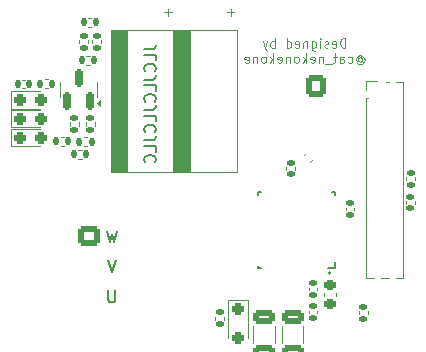
<source format=gbr>
%TF.GenerationSoftware,KiCad,Pcbnew,7.0.11*%
%TF.CreationDate,2024-11-13T01:10:25+09:00*%
%TF.ProjectId,MD,4d442e6b-6963-4616-945f-706362585858,rev?*%
%TF.SameCoordinates,Original*%
%TF.FileFunction,Legend,Bot*%
%TF.FilePolarity,Positive*%
%FSLAX46Y46*%
G04 Gerber Fmt 4.6, Leading zero omitted, Abs format (unit mm)*
G04 Created by KiCad (PCBNEW 7.0.11) date 2024-11-13 01:10:25*
%MOMM*%
%LPD*%
G01*
G04 APERTURE LIST*
G04 Aperture macros list*
%AMRoundRect*
0 Rectangle with rounded corners*
0 $1 Rounding radius*
0 $2 $3 $4 $5 $6 $7 $8 $9 X,Y pos of 4 corners*
0 Add a 4 corners polygon primitive as box body*
4,1,4,$2,$3,$4,$5,$6,$7,$8,$9,$2,$3,0*
0 Add four circle primitives for the rounded corners*
1,1,$1+$1,$2,$3*
1,1,$1+$1,$4,$5*
1,1,$1+$1,$6,$7*
1,1,$1+$1,$8,$9*
0 Add four rect primitives between the rounded corners*
20,1,$1+$1,$2,$3,$4,$5,0*
20,1,$1+$1,$4,$5,$6,$7,0*
20,1,$1+$1,$6,$7,$8,$9,0*
20,1,$1+$1,$8,$9,$2,$3,0*%
G04 Aperture macros list end*
%ADD10C,0.130000*%
%ADD11C,0.150000*%
%ADD12C,0.110000*%
%ADD13C,0.100000*%
%ADD14C,0.120000*%
%ADD15C,0.200000*%
%ADD16C,0.191421*%
%ADD17C,0.900000*%
%ADD18RoundRect,0.250000X-0.675000X0.600000X-0.675000X-0.600000X0.675000X-0.600000X0.675000X0.600000X0*%
%ADD19O,1.850000X1.700000*%
%ADD20RoundRect,0.250000X0.600000X0.675000X-0.600000X0.675000X-0.600000X-0.675000X0.600000X-0.675000X0*%
%ADD21O,1.700000X1.850000*%
%ADD22RoundRect,0.140000X0.170000X-0.140000X0.170000X0.140000X-0.170000X0.140000X-0.170000X-0.140000X0*%
%ADD23RoundRect,0.135000X-0.185000X0.135000X-0.185000X-0.135000X0.185000X-0.135000X0.185000X0.135000X0*%
%ADD24RoundRect,0.250000X-0.650000X0.325000X-0.650000X-0.325000X0.650000X-0.325000X0.650000X0.325000X0*%
%ADD25RoundRect,0.135000X0.135000X0.185000X-0.135000X0.185000X-0.135000X-0.185000X0.135000X-0.185000X0*%
%ADD26RoundRect,0.150000X0.150000X-0.587500X0.150000X0.587500X-0.150000X0.587500X-0.150000X-0.587500X0*%
%ADD27RoundRect,0.135000X-0.135000X-0.185000X0.135000X-0.185000X0.135000X0.185000X-0.135000X0.185000X0*%
%ADD28RoundRect,0.225000X0.250000X-0.225000X0.250000X0.225000X-0.250000X0.225000X-0.250000X-0.225000X0*%
%ADD29RoundRect,0.237500X-0.287500X-0.237500X0.287500X-0.237500X0.287500X0.237500X-0.287500X0.237500X0*%
%ADD30C,1.200000*%
%ADD31RoundRect,0.135000X0.185000X-0.135000X0.185000X0.135000X-0.185000X0.135000X-0.185000X-0.135000X0*%
%ADD32RoundRect,0.140000X-0.170000X0.140000X-0.170000X-0.140000X0.170000X-0.140000X0.170000X0.140000X0*%
%ADD33R,1.000000X1.000000*%
%ADD34O,1.000000X1.000000*%
%ADD35RoundRect,0.250000X-0.250000X0.250000X-0.250000X-0.250000X0.250000X-0.250000X0.250000X0.250000X0*%
%ADD36RoundRect,0.140000X0.140000X0.170000X-0.140000X0.170000X-0.140000X-0.170000X0.140000X-0.170000X0*%
%ADD37RoundRect,0.135000X-0.035355X0.226274X-0.226274X0.035355X0.035355X-0.226274X0.226274X-0.035355X0*%
%ADD38O,0.230000X1.210000*%
%ADD39O,1.210000X0.230000*%
%ADD40R,4.150000X4.150000*%
G04 APERTURE END LIST*
D10*
X11620859Y-3709335D02*
X12335144Y-3709335D01*
X12335144Y-3709335D02*
X12478001Y-3661716D01*
X12478001Y-3661716D02*
X12573240Y-3566478D01*
X12573240Y-3566478D02*
X12620859Y-3423621D01*
X12620859Y-3423621D02*
X12620859Y-3328383D01*
X12620859Y-4661716D02*
X12620859Y-4185526D01*
X12620859Y-4185526D02*
X11620859Y-4185526D01*
X12525620Y-5566478D02*
X12573240Y-5518859D01*
X12573240Y-5518859D02*
X12620859Y-5376002D01*
X12620859Y-5376002D02*
X12620859Y-5280764D01*
X12620859Y-5280764D02*
X12573240Y-5137907D01*
X12573240Y-5137907D02*
X12478001Y-5042669D01*
X12478001Y-5042669D02*
X12382763Y-4995050D01*
X12382763Y-4995050D02*
X12192287Y-4947431D01*
X12192287Y-4947431D02*
X12049430Y-4947431D01*
X12049430Y-4947431D02*
X11858954Y-4995050D01*
X11858954Y-4995050D02*
X11763716Y-5042669D01*
X11763716Y-5042669D02*
X11668478Y-5137907D01*
X11668478Y-5137907D02*
X11620859Y-5280764D01*
X11620859Y-5280764D02*
X11620859Y-5376002D01*
X11620859Y-5376002D02*
X11668478Y-5518859D01*
X11668478Y-5518859D02*
X11716097Y-5566478D01*
X11620859Y-6280764D02*
X12335144Y-6280764D01*
X12335144Y-6280764D02*
X12478001Y-6233145D01*
X12478001Y-6233145D02*
X12573240Y-6137907D01*
X12573240Y-6137907D02*
X12620859Y-5995050D01*
X12620859Y-5995050D02*
X12620859Y-5899812D01*
X12620859Y-7233145D02*
X12620859Y-6756955D01*
X12620859Y-6756955D02*
X11620859Y-6756955D01*
X12525620Y-8137907D02*
X12573240Y-8090288D01*
X12573240Y-8090288D02*
X12620859Y-7947431D01*
X12620859Y-7947431D02*
X12620859Y-7852193D01*
X12620859Y-7852193D02*
X12573240Y-7709336D01*
X12573240Y-7709336D02*
X12478001Y-7614098D01*
X12478001Y-7614098D02*
X12382763Y-7566479D01*
X12382763Y-7566479D02*
X12192287Y-7518860D01*
X12192287Y-7518860D02*
X12049430Y-7518860D01*
X12049430Y-7518860D02*
X11858954Y-7566479D01*
X11858954Y-7566479D02*
X11763716Y-7614098D01*
X11763716Y-7614098D02*
X11668478Y-7709336D01*
X11668478Y-7709336D02*
X11620859Y-7852193D01*
X11620859Y-7852193D02*
X11620859Y-7947431D01*
X11620859Y-7947431D02*
X11668478Y-8090288D01*
X11668478Y-8090288D02*
X11716097Y-8137907D01*
X11620859Y-8852193D02*
X12335144Y-8852193D01*
X12335144Y-8852193D02*
X12478001Y-8804574D01*
X12478001Y-8804574D02*
X12573240Y-8709336D01*
X12573240Y-8709336D02*
X12620859Y-8566479D01*
X12620859Y-8566479D02*
X12620859Y-8471241D01*
X12620859Y-9804574D02*
X12620859Y-9328384D01*
X12620859Y-9328384D02*
X11620859Y-9328384D01*
X12525620Y-10709336D02*
X12573240Y-10661717D01*
X12573240Y-10661717D02*
X12620859Y-10518860D01*
X12620859Y-10518860D02*
X12620859Y-10423622D01*
X12620859Y-10423622D02*
X12573240Y-10280765D01*
X12573240Y-10280765D02*
X12478001Y-10185527D01*
X12478001Y-10185527D02*
X12382763Y-10137908D01*
X12382763Y-10137908D02*
X12192287Y-10090289D01*
X12192287Y-10090289D02*
X12049430Y-10090289D01*
X12049430Y-10090289D02*
X11858954Y-10137908D01*
X11858954Y-10137908D02*
X11763716Y-10185527D01*
X11763716Y-10185527D02*
X11668478Y-10280765D01*
X11668478Y-10280765D02*
X11620859Y-10423622D01*
X11620859Y-10423622D02*
X11620859Y-10518860D01*
X11620859Y-10518860D02*
X11668478Y-10661717D01*
X11668478Y-10661717D02*
X11716097Y-10709336D01*
X11620859Y-11423622D02*
X12335144Y-11423622D01*
X12335144Y-11423622D02*
X12478001Y-11376003D01*
X12478001Y-11376003D02*
X12573240Y-11280765D01*
X12573240Y-11280765D02*
X12620859Y-11137908D01*
X12620859Y-11137908D02*
X12620859Y-11042670D01*
X12620859Y-12376003D02*
X12620859Y-11899813D01*
X12620859Y-11899813D02*
X11620859Y-11899813D01*
X12525620Y-13280765D02*
X12573240Y-13233146D01*
X12573240Y-13233146D02*
X12620859Y-13090289D01*
X12620859Y-13090289D02*
X12620859Y-12995051D01*
X12620859Y-12995051D02*
X12573240Y-12852194D01*
X12573240Y-12852194D02*
X12478001Y-12756956D01*
X12478001Y-12756956D02*
X12382763Y-12709337D01*
X12382763Y-12709337D02*
X12192287Y-12661718D01*
X12192287Y-12661718D02*
X12049430Y-12661718D01*
X12049430Y-12661718D02*
X11858954Y-12709337D01*
X11858954Y-12709337D02*
X11763716Y-12756956D01*
X11763716Y-12756956D02*
X11668478Y-12852194D01*
X11668478Y-12852194D02*
X11620859Y-12995051D01*
X11620859Y-12995051D02*
X11620859Y-13090289D01*
X11620859Y-13090289D02*
X11668478Y-13233146D01*
X11668478Y-13233146D02*
X11716097Y-13280765D01*
D11*
X9308458Y-19069819D02*
X9070363Y-20069819D01*
X9070363Y-20069819D02*
X8879887Y-19355533D01*
X8879887Y-19355533D02*
X8689411Y-20069819D01*
X8689411Y-20069819D02*
X8451316Y-19069819D01*
X9206077Y-21569819D02*
X8872744Y-22569819D01*
X8872744Y-22569819D02*
X8539411Y-21569819D01*
X9163220Y-24119819D02*
X9163220Y-24929342D01*
X9163220Y-24929342D02*
X9115601Y-25024580D01*
X9115601Y-25024580D02*
X9067982Y-25072200D01*
X9067982Y-25072200D02*
X8972744Y-25119819D01*
X8972744Y-25119819D02*
X8782268Y-25119819D01*
X8782268Y-25119819D02*
X8687030Y-25072200D01*
X8687030Y-25072200D02*
X8639411Y-25024580D01*
X8639411Y-25024580D02*
X8591792Y-24929342D01*
X8591792Y-24929342D02*
X8591792Y-24119819D01*
D12*
X28666666Y-3570375D02*
X28666666Y-2770375D01*
X28666666Y-2770375D02*
X28476190Y-2770375D01*
X28476190Y-2770375D02*
X28361904Y-2808470D01*
X28361904Y-2808470D02*
X28285714Y-2884660D01*
X28285714Y-2884660D02*
X28247619Y-2960851D01*
X28247619Y-2960851D02*
X28209523Y-3113232D01*
X28209523Y-3113232D02*
X28209523Y-3227518D01*
X28209523Y-3227518D02*
X28247619Y-3379899D01*
X28247619Y-3379899D02*
X28285714Y-3456089D01*
X28285714Y-3456089D02*
X28361904Y-3532280D01*
X28361904Y-3532280D02*
X28476190Y-3570375D01*
X28476190Y-3570375D02*
X28666666Y-3570375D01*
X27561904Y-3532280D02*
X27638095Y-3570375D01*
X27638095Y-3570375D02*
X27790476Y-3570375D01*
X27790476Y-3570375D02*
X27866666Y-3532280D01*
X27866666Y-3532280D02*
X27904762Y-3456089D01*
X27904762Y-3456089D02*
X27904762Y-3151327D01*
X27904762Y-3151327D02*
X27866666Y-3075137D01*
X27866666Y-3075137D02*
X27790476Y-3037041D01*
X27790476Y-3037041D02*
X27638095Y-3037041D01*
X27638095Y-3037041D02*
X27561904Y-3075137D01*
X27561904Y-3075137D02*
X27523809Y-3151327D01*
X27523809Y-3151327D02*
X27523809Y-3227518D01*
X27523809Y-3227518D02*
X27904762Y-3303708D01*
X27219048Y-3532280D02*
X27142857Y-3570375D01*
X27142857Y-3570375D02*
X26990476Y-3570375D01*
X26990476Y-3570375D02*
X26914286Y-3532280D01*
X26914286Y-3532280D02*
X26876190Y-3456089D01*
X26876190Y-3456089D02*
X26876190Y-3417994D01*
X26876190Y-3417994D02*
X26914286Y-3341803D01*
X26914286Y-3341803D02*
X26990476Y-3303708D01*
X26990476Y-3303708D02*
X27104762Y-3303708D01*
X27104762Y-3303708D02*
X27180952Y-3265613D01*
X27180952Y-3265613D02*
X27219048Y-3189422D01*
X27219048Y-3189422D02*
X27219048Y-3151327D01*
X27219048Y-3151327D02*
X27180952Y-3075137D01*
X27180952Y-3075137D02*
X27104762Y-3037041D01*
X27104762Y-3037041D02*
X26990476Y-3037041D01*
X26990476Y-3037041D02*
X26914286Y-3075137D01*
X26533333Y-3570375D02*
X26533333Y-3037041D01*
X26533333Y-2770375D02*
X26571429Y-2808470D01*
X26571429Y-2808470D02*
X26533333Y-2846565D01*
X26533333Y-2846565D02*
X26495238Y-2808470D01*
X26495238Y-2808470D02*
X26533333Y-2770375D01*
X26533333Y-2770375D02*
X26533333Y-2846565D01*
X25809524Y-3037041D02*
X25809524Y-3684660D01*
X25809524Y-3684660D02*
X25847619Y-3760851D01*
X25847619Y-3760851D02*
X25885715Y-3798946D01*
X25885715Y-3798946D02*
X25961905Y-3837041D01*
X25961905Y-3837041D02*
X26076191Y-3837041D01*
X26076191Y-3837041D02*
X26152381Y-3798946D01*
X25809524Y-3532280D02*
X25885715Y-3570375D01*
X25885715Y-3570375D02*
X26038096Y-3570375D01*
X26038096Y-3570375D02*
X26114286Y-3532280D01*
X26114286Y-3532280D02*
X26152381Y-3494184D01*
X26152381Y-3494184D02*
X26190477Y-3417994D01*
X26190477Y-3417994D02*
X26190477Y-3189422D01*
X26190477Y-3189422D02*
X26152381Y-3113232D01*
X26152381Y-3113232D02*
X26114286Y-3075137D01*
X26114286Y-3075137D02*
X26038096Y-3037041D01*
X26038096Y-3037041D02*
X25885715Y-3037041D01*
X25885715Y-3037041D02*
X25809524Y-3075137D01*
X25428571Y-3037041D02*
X25428571Y-3570375D01*
X25428571Y-3113232D02*
X25390476Y-3075137D01*
X25390476Y-3075137D02*
X25314286Y-3037041D01*
X25314286Y-3037041D02*
X25200000Y-3037041D01*
X25200000Y-3037041D02*
X25123809Y-3075137D01*
X25123809Y-3075137D02*
X25085714Y-3151327D01*
X25085714Y-3151327D02*
X25085714Y-3570375D01*
X24399999Y-3532280D02*
X24476190Y-3570375D01*
X24476190Y-3570375D02*
X24628571Y-3570375D01*
X24628571Y-3570375D02*
X24704761Y-3532280D01*
X24704761Y-3532280D02*
X24742857Y-3456089D01*
X24742857Y-3456089D02*
X24742857Y-3151327D01*
X24742857Y-3151327D02*
X24704761Y-3075137D01*
X24704761Y-3075137D02*
X24628571Y-3037041D01*
X24628571Y-3037041D02*
X24476190Y-3037041D01*
X24476190Y-3037041D02*
X24399999Y-3075137D01*
X24399999Y-3075137D02*
X24361904Y-3151327D01*
X24361904Y-3151327D02*
X24361904Y-3227518D01*
X24361904Y-3227518D02*
X24742857Y-3303708D01*
X23676190Y-3570375D02*
X23676190Y-2770375D01*
X23676190Y-3532280D02*
X23752381Y-3570375D01*
X23752381Y-3570375D02*
X23904762Y-3570375D01*
X23904762Y-3570375D02*
X23980952Y-3532280D01*
X23980952Y-3532280D02*
X24019047Y-3494184D01*
X24019047Y-3494184D02*
X24057143Y-3417994D01*
X24057143Y-3417994D02*
X24057143Y-3189422D01*
X24057143Y-3189422D02*
X24019047Y-3113232D01*
X24019047Y-3113232D02*
X23980952Y-3075137D01*
X23980952Y-3075137D02*
X23904762Y-3037041D01*
X23904762Y-3037041D02*
X23752381Y-3037041D01*
X23752381Y-3037041D02*
X23676190Y-3075137D01*
X22685713Y-3570375D02*
X22685713Y-2770375D01*
X22685713Y-3075137D02*
X22609523Y-3037041D01*
X22609523Y-3037041D02*
X22457142Y-3037041D01*
X22457142Y-3037041D02*
X22380951Y-3075137D01*
X22380951Y-3075137D02*
X22342856Y-3113232D01*
X22342856Y-3113232D02*
X22304761Y-3189422D01*
X22304761Y-3189422D02*
X22304761Y-3417994D01*
X22304761Y-3417994D02*
X22342856Y-3494184D01*
X22342856Y-3494184D02*
X22380951Y-3532280D01*
X22380951Y-3532280D02*
X22457142Y-3570375D01*
X22457142Y-3570375D02*
X22609523Y-3570375D01*
X22609523Y-3570375D02*
X22685713Y-3532280D01*
X22038094Y-3037041D02*
X21847618Y-3570375D01*
X21657141Y-3037041D02*
X21847618Y-3570375D01*
X21847618Y-3570375D02*
X21923808Y-3760851D01*
X21923808Y-3760851D02*
X21961903Y-3798946D01*
X21961903Y-3798946D02*
X22038094Y-3837041D01*
X29752381Y-4477422D02*
X29790476Y-4439327D01*
X29790476Y-4439327D02*
X29866667Y-4401232D01*
X29866667Y-4401232D02*
X29942857Y-4401232D01*
X29942857Y-4401232D02*
X30019048Y-4439327D01*
X30019048Y-4439327D02*
X30057143Y-4477422D01*
X30057143Y-4477422D02*
X30095238Y-4553613D01*
X30095238Y-4553613D02*
X30095238Y-4629803D01*
X30095238Y-4629803D02*
X30057143Y-4705994D01*
X30057143Y-4705994D02*
X30019048Y-4744089D01*
X30019048Y-4744089D02*
X29942857Y-4782184D01*
X29942857Y-4782184D02*
X29866667Y-4782184D01*
X29866667Y-4782184D02*
X29790476Y-4744089D01*
X29790476Y-4744089D02*
X29752381Y-4705994D01*
X29752381Y-4401232D02*
X29752381Y-4705994D01*
X29752381Y-4705994D02*
X29714286Y-4744089D01*
X29714286Y-4744089D02*
X29676191Y-4744089D01*
X29676191Y-4744089D02*
X29600000Y-4705994D01*
X29600000Y-4705994D02*
X29561905Y-4629803D01*
X29561905Y-4629803D02*
X29561905Y-4439327D01*
X29561905Y-4439327D02*
X29638096Y-4325041D01*
X29638096Y-4325041D02*
X29752381Y-4248851D01*
X29752381Y-4248851D02*
X29904762Y-4210756D01*
X29904762Y-4210756D02*
X30057143Y-4248851D01*
X30057143Y-4248851D02*
X30171429Y-4325041D01*
X30171429Y-4325041D02*
X30247619Y-4439327D01*
X30247619Y-4439327D02*
X30285715Y-4591708D01*
X30285715Y-4591708D02*
X30247619Y-4744089D01*
X30247619Y-4744089D02*
X30171429Y-4858375D01*
X30171429Y-4858375D02*
X30057143Y-4934565D01*
X30057143Y-4934565D02*
X29904762Y-4972660D01*
X29904762Y-4972660D02*
X29752381Y-4934565D01*
X29752381Y-4934565D02*
X29638096Y-4858375D01*
X28876191Y-4820280D02*
X28952382Y-4858375D01*
X28952382Y-4858375D02*
X29104763Y-4858375D01*
X29104763Y-4858375D02*
X29180953Y-4820280D01*
X29180953Y-4820280D02*
X29219048Y-4782184D01*
X29219048Y-4782184D02*
X29257144Y-4705994D01*
X29257144Y-4705994D02*
X29257144Y-4477422D01*
X29257144Y-4477422D02*
X29219048Y-4401232D01*
X29219048Y-4401232D02*
X29180953Y-4363137D01*
X29180953Y-4363137D02*
X29104763Y-4325041D01*
X29104763Y-4325041D02*
X28952382Y-4325041D01*
X28952382Y-4325041D02*
X28876191Y-4363137D01*
X28190477Y-4858375D02*
X28190477Y-4439327D01*
X28190477Y-4439327D02*
X28228572Y-4363137D01*
X28228572Y-4363137D02*
X28304763Y-4325041D01*
X28304763Y-4325041D02*
X28457144Y-4325041D01*
X28457144Y-4325041D02*
X28533334Y-4363137D01*
X28190477Y-4820280D02*
X28266668Y-4858375D01*
X28266668Y-4858375D02*
X28457144Y-4858375D01*
X28457144Y-4858375D02*
X28533334Y-4820280D01*
X28533334Y-4820280D02*
X28571430Y-4744089D01*
X28571430Y-4744089D02*
X28571430Y-4667899D01*
X28571430Y-4667899D02*
X28533334Y-4591708D01*
X28533334Y-4591708D02*
X28457144Y-4553613D01*
X28457144Y-4553613D02*
X28266668Y-4553613D01*
X28266668Y-4553613D02*
X28190477Y-4515518D01*
X27923810Y-4325041D02*
X27619048Y-4325041D01*
X27809524Y-4058375D02*
X27809524Y-4744089D01*
X27809524Y-4744089D02*
X27771429Y-4820280D01*
X27771429Y-4820280D02*
X27695239Y-4858375D01*
X27695239Y-4858375D02*
X27619048Y-4858375D01*
X27542858Y-4934565D02*
X26933334Y-4934565D01*
X26742857Y-4325041D02*
X26742857Y-4858375D01*
X26742857Y-4401232D02*
X26704762Y-4363137D01*
X26704762Y-4363137D02*
X26628572Y-4325041D01*
X26628572Y-4325041D02*
X26514286Y-4325041D01*
X26514286Y-4325041D02*
X26438095Y-4363137D01*
X26438095Y-4363137D02*
X26400000Y-4439327D01*
X26400000Y-4439327D02*
X26400000Y-4858375D01*
X25714285Y-4820280D02*
X25790476Y-4858375D01*
X25790476Y-4858375D02*
X25942857Y-4858375D01*
X25942857Y-4858375D02*
X26019047Y-4820280D01*
X26019047Y-4820280D02*
X26057143Y-4744089D01*
X26057143Y-4744089D02*
X26057143Y-4439327D01*
X26057143Y-4439327D02*
X26019047Y-4363137D01*
X26019047Y-4363137D02*
X25942857Y-4325041D01*
X25942857Y-4325041D02*
X25790476Y-4325041D01*
X25790476Y-4325041D02*
X25714285Y-4363137D01*
X25714285Y-4363137D02*
X25676190Y-4439327D01*
X25676190Y-4439327D02*
X25676190Y-4515518D01*
X25676190Y-4515518D02*
X26057143Y-4591708D01*
X25333333Y-4858375D02*
X25333333Y-4058375D01*
X25257143Y-4553613D02*
X25028571Y-4858375D01*
X25028571Y-4325041D02*
X25333333Y-4629803D01*
X24571429Y-4858375D02*
X24647619Y-4820280D01*
X24647619Y-4820280D02*
X24685714Y-4782184D01*
X24685714Y-4782184D02*
X24723810Y-4705994D01*
X24723810Y-4705994D02*
X24723810Y-4477422D01*
X24723810Y-4477422D02*
X24685714Y-4401232D01*
X24685714Y-4401232D02*
X24647619Y-4363137D01*
X24647619Y-4363137D02*
X24571429Y-4325041D01*
X24571429Y-4325041D02*
X24457143Y-4325041D01*
X24457143Y-4325041D02*
X24380952Y-4363137D01*
X24380952Y-4363137D02*
X24342857Y-4401232D01*
X24342857Y-4401232D02*
X24304762Y-4477422D01*
X24304762Y-4477422D02*
X24304762Y-4705994D01*
X24304762Y-4705994D02*
X24342857Y-4782184D01*
X24342857Y-4782184D02*
X24380952Y-4820280D01*
X24380952Y-4820280D02*
X24457143Y-4858375D01*
X24457143Y-4858375D02*
X24571429Y-4858375D01*
X23961904Y-4325041D02*
X23961904Y-4858375D01*
X23961904Y-4401232D02*
X23923809Y-4363137D01*
X23923809Y-4363137D02*
X23847619Y-4325041D01*
X23847619Y-4325041D02*
X23733333Y-4325041D01*
X23733333Y-4325041D02*
X23657142Y-4363137D01*
X23657142Y-4363137D02*
X23619047Y-4439327D01*
X23619047Y-4439327D02*
X23619047Y-4858375D01*
X22933332Y-4820280D02*
X23009523Y-4858375D01*
X23009523Y-4858375D02*
X23161904Y-4858375D01*
X23161904Y-4858375D02*
X23238094Y-4820280D01*
X23238094Y-4820280D02*
X23276190Y-4744089D01*
X23276190Y-4744089D02*
X23276190Y-4439327D01*
X23276190Y-4439327D02*
X23238094Y-4363137D01*
X23238094Y-4363137D02*
X23161904Y-4325041D01*
X23161904Y-4325041D02*
X23009523Y-4325041D01*
X23009523Y-4325041D02*
X22933332Y-4363137D01*
X22933332Y-4363137D02*
X22895237Y-4439327D01*
X22895237Y-4439327D02*
X22895237Y-4515518D01*
X22895237Y-4515518D02*
X23276190Y-4591708D01*
X22552380Y-4858375D02*
X22552380Y-4058375D01*
X22476190Y-4553613D02*
X22247618Y-4858375D01*
X22247618Y-4325041D02*
X22552380Y-4629803D01*
X21790476Y-4858375D02*
X21866666Y-4820280D01*
X21866666Y-4820280D02*
X21904761Y-4782184D01*
X21904761Y-4782184D02*
X21942857Y-4705994D01*
X21942857Y-4705994D02*
X21942857Y-4477422D01*
X21942857Y-4477422D02*
X21904761Y-4401232D01*
X21904761Y-4401232D02*
X21866666Y-4363137D01*
X21866666Y-4363137D02*
X21790476Y-4325041D01*
X21790476Y-4325041D02*
X21676190Y-4325041D01*
X21676190Y-4325041D02*
X21599999Y-4363137D01*
X21599999Y-4363137D02*
X21561904Y-4401232D01*
X21561904Y-4401232D02*
X21523809Y-4477422D01*
X21523809Y-4477422D02*
X21523809Y-4705994D01*
X21523809Y-4705994D02*
X21561904Y-4782184D01*
X21561904Y-4782184D02*
X21599999Y-4820280D01*
X21599999Y-4820280D02*
X21676190Y-4858375D01*
X21676190Y-4858375D02*
X21790476Y-4858375D01*
X21180951Y-4325041D02*
X21180951Y-4858375D01*
X21180951Y-4401232D02*
X21142856Y-4363137D01*
X21142856Y-4363137D02*
X21066666Y-4325041D01*
X21066666Y-4325041D02*
X20952380Y-4325041D01*
X20952380Y-4325041D02*
X20876189Y-4363137D01*
X20876189Y-4363137D02*
X20838094Y-4439327D01*
X20838094Y-4439327D02*
X20838094Y-4858375D01*
X20152379Y-4820280D02*
X20228570Y-4858375D01*
X20228570Y-4858375D02*
X20380951Y-4858375D01*
X20380951Y-4858375D02*
X20457141Y-4820280D01*
X20457141Y-4820280D02*
X20495237Y-4744089D01*
X20495237Y-4744089D02*
X20495237Y-4439327D01*
X20495237Y-4439327D02*
X20457141Y-4363137D01*
X20457141Y-4363137D02*
X20380951Y-4325041D01*
X20380951Y-4325041D02*
X20228570Y-4325041D01*
X20228570Y-4325041D02*
X20152379Y-4363137D01*
X20152379Y-4363137D02*
X20114284Y-4439327D01*
X20114284Y-4439327D02*
X20114284Y-4515518D01*
X20114284Y-4515518D02*
X20495237Y-4591708D01*
D13*
X13943734Y-592133D02*
X13334211Y-592133D01*
X13638972Y-896895D02*
X13638972Y-287371D01*
X19243734Y-592133D02*
X18634211Y-592133D01*
X18938972Y-896895D02*
X18938972Y-287371D01*
D14*
%TO.C,C26*%
X28686592Y-17339788D02*
X28686592Y-17124116D01*
X29406592Y-17339788D02*
X29406592Y-17124116D01*
%TO.C,R1*%
X34552320Y-14505455D02*
X34552320Y-14812737D01*
X33792320Y-14505455D02*
X33792320Y-14812737D01*
%TO.C,C23*%
X25096288Y-27150797D02*
X25096288Y-28573301D01*
X23276288Y-27150797D02*
X23276288Y-28573301D01*
%TO.C,R29*%
X7011567Y-5002934D02*
X6704285Y-5002934D01*
X7011567Y-4242934D02*
X6704285Y-4242934D01*
%TO.C,Q5*%
X4518896Y-7121347D02*
X4518896Y-7771347D01*
X4518896Y-7121347D02*
X4518896Y-6471347D01*
X7638896Y-7121347D02*
X7638896Y-7771347D01*
X7638896Y-7121347D02*
X7638896Y-6471347D01*
X7918896Y-8523847D02*
X7588896Y-8283847D01*
X7918896Y-8043847D01*
X7918896Y-8523847D01*
G36*
X7918896Y-8523847D02*
G01*
X7588896Y-8283847D01*
X7918896Y-8043847D01*
X7918896Y-8523847D01*
G37*
%TO.C,R26*%
X6845428Y-1039813D02*
X7152710Y-1039813D01*
X6845428Y-1799813D02*
X7152710Y-1799813D01*
%TO.C,C28*%
X26866853Y-24620722D02*
X26866853Y-24339562D01*
X27886853Y-24620722D02*
X27886853Y-24339562D01*
%TO.C,D22*%
X340000Y-7265000D02*
X2800000Y-7265000D01*
X340000Y-8735000D02*
X340000Y-7265000D01*
X2800000Y-8735000D02*
X340000Y-8735000D01*
%TO.C,R28*%
X6903448Y-2906860D02*
X6903448Y-3214142D01*
X6143448Y-2906860D02*
X6143448Y-3214142D01*
D13*
%TO.C,C17*%
X14200000Y-2100000D02*
X8800000Y-2100000D01*
X8800000Y-2100000D02*
X8800000Y-14100000D01*
X8800000Y-14100000D02*
X14200000Y-14100000D01*
X14200000Y-14100000D02*
X14200000Y-2100000D01*
X10200000Y-2100000D02*
X8800000Y-2100000D01*
X8800000Y-2100000D02*
X8800000Y-14100000D01*
X8800000Y-14100000D02*
X10200000Y-14100000D01*
X10200000Y-14100000D02*
X10200000Y-2100000D01*
G36*
X10200000Y-2100000D02*
G01*
X8800000Y-2100000D01*
X8800000Y-14100000D01*
X10200000Y-14100000D01*
X10200000Y-2100000D01*
G37*
D14*
%TO.C,R72*%
X5333895Y-10169816D02*
X5333895Y-9862534D01*
X6093895Y-10169816D02*
X6093895Y-9862534D01*
%TO.C,C1*%
X34519743Y-16588839D02*
X34519743Y-16804511D01*
X33799743Y-16588839D02*
X33799743Y-16804511D01*
%TO.C,D20*%
X335288Y-10461083D02*
X2795288Y-10461083D01*
X335288Y-11931083D02*
X335288Y-10461083D01*
X2795288Y-11931083D02*
X335288Y-11931083D01*
%TO.C,J4*%
X33575000Y-23110000D02*
X32932530Y-23110000D01*
X33575000Y-6480000D02*
X33575000Y-23110000D01*
X33575000Y-6480000D02*
X32932530Y-6480000D01*
X32317470Y-23110000D02*
X31662530Y-23110000D01*
X32317470Y-6480000D02*
X32115000Y-6480000D01*
X31355000Y-6415000D02*
X30405000Y-6415000D01*
X31047470Y-23110000D02*
X30405000Y-23110000D01*
X30595000Y-7810000D02*
X30405000Y-7810000D01*
X30405000Y-7810000D02*
X30405000Y-23110000D01*
X30405000Y-6415000D02*
X30405000Y-7175000D01*
%TO.C,R24*%
X7977912Y-2909139D02*
X7977912Y-3216421D01*
X7217912Y-2909139D02*
X7217912Y-3216421D01*
%TO.C,D5*%
X20409617Y-24916490D02*
X20409617Y-28176490D01*
X18709617Y-24916490D02*
X20409617Y-24916490D01*
X18709617Y-24916490D02*
X18709617Y-28176490D01*
%TO.C,C29*%
X23672631Y-13893797D02*
X23672631Y-13678125D01*
X24392631Y-13893797D02*
X24392631Y-13678125D01*
%TO.C,R75*%
X6808929Y-11903492D02*
X6501647Y-11903492D01*
X6808929Y-11143492D02*
X6501647Y-11143492D01*
%TO.C,R30*%
X17653291Y-26654724D02*
X17653291Y-26347442D01*
X18413291Y-26654724D02*
X18413291Y-26347442D01*
D13*
%TO.C,C2*%
X19500000Y-2100000D02*
X14100000Y-2100000D01*
X14100000Y-2100000D02*
X14100000Y-14100000D01*
X14100000Y-14100000D02*
X19500000Y-14100000D01*
X19500000Y-14100000D02*
X19500000Y-2100000D01*
X15500000Y-2100000D02*
X14100000Y-2100000D01*
X14100000Y-2100000D02*
X14100000Y-14100000D01*
X14100000Y-14100000D02*
X15500000Y-14100000D01*
X15500000Y-14100000D02*
X15500000Y-2100000D01*
G36*
X15500000Y-2100000D02*
G01*
X14100000Y-2100000D01*
X14100000Y-14100000D01*
X15500000Y-14100000D01*
X15500000Y-2100000D01*
G37*
D14*
%TO.C,D21*%
X335288Y-8863472D02*
X2795288Y-8863472D01*
X335288Y-10333472D02*
X335288Y-8863472D01*
X2795288Y-10333472D02*
X335288Y-10333472D01*
%TO.C,R69*%
X4853641Y-11880000D02*
X4546359Y-11880000D01*
X4853641Y-11120000D02*
X4546359Y-11120000D01*
%TO.C,C24*%
X22698621Y-27150797D02*
X22698621Y-28573301D01*
X20878621Y-27150797D02*
X20878621Y-28573301D01*
%TO.C,C25*%
X26281593Y-25859503D02*
X26281593Y-26075175D01*
X25561593Y-25859503D02*
X25561593Y-26075175D01*
%TO.C,R4*%
X7426543Y-9884162D02*
X7426543Y-10191444D01*
X6666543Y-9884162D02*
X6666543Y-10191444D01*
%TO.C,R18*%
X3501080Y-7019825D02*
X3193798Y-7019825D01*
X3501080Y-6259825D02*
X3193798Y-6259825D01*
%TO.C,C14*%
X1497515Y-7006407D02*
X1281843Y-7006407D01*
X1497515Y-6286407D02*
X1281843Y-6286407D01*
%TO.C,R19*%
X6349977Y-12961390D02*
X6042695Y-12961390D01*
X6349977Y-12201390D02*
X6042695Y-12201390D01*
%TO.C,R2*%
X25874598Y-13001631D02*
X25657317Y-13218912D01*
X25337197Y-12464230D02*
X25119916Y-12681511D01*
D15*
%TO.C,U6*%
X21292987Y-22270821D02*
X21517988Y-22270821D01*
X21292987Y-22270821D02*
X21292987Y-22045820D01*
X27167987Y-22270821D02*
X27742987Y-22270821D01*
X27742987Y-22270821D02*
X27742987Y-21695821D01*
X21292987Y-16045822D02*
X21292987Y-15820821D01*
X27742987Y-16045822D02*
X27742987Y-15820821D01*
X21292987Y-15820821D02*
X21517988Y-15820821D01*
X27517986Y-15820821D02*
X27742987Y-15820821D01*
D16*
X27413697Y-22645821D02*
G75*
G03*
X27222277Y-22645821I-95710J0D01*
G01*
X27222277Y-22645821D02*
G75*
G03*
X27413697Y-22645821I95710J0D01*
G01*
D14*
%TO.C,C27*%
X25566688Y-24119283D02*
X25566688Y-23903611D01*
X26286688Y-24119283D02*
X26286688Y-23903611D01*
%TO.C,R3*%
X30545448Y-25851430D02*
X30545448Y-26158712D01*
X29785448Y-25851430D02*
X29785448Y-26158712D01*
%TD*%
%LPC*%
D17*
%TO.C,SW4*%
X4450000Y-10250000D03*
X4450000Y-13250000D03*
%TD*%
D18*
%TO.C,J6*%
X6950000Y-19500000D03*
D19*
X6950000Y-22000000D03*
X6950000Y-24500000D03*
%TD*%
D20*
%TO.C,J5*%
X26150000Y-6850000D03*
D21*
X23650000Y-6850000D03*
%TD*%
D22*
%TO.C,C26*%
X29046592Y-17711952D03*
X29046592Y-16751952D03*
%TD*%
D23*
%TO.C,R1*%
X34172320Y-14149096D03*
X34172320Y-15169096D03*
%TD*%
D24*
%TO.C,C23*%
X24186288Y-26387049D03*
X24186288Y-29337049D03*
%TD*%
D25*
%TO.C,R29*%
X7367926Y-4622934D03*
X6347926Y-4622934D03*
%TD*%
D26*
%TO.C,Q5*%
X7028896Y-8058847D03*
X5128896Y-8058847D03*
X6078896Y-6183847D03*
%TD*%
D27*
%TO.C,R26*%
X6489069Y-1419813D03*
X7509069Y-1419813D03*
%TD*%
D28*
%TO.C,C28*%
X27376853Y-25255142D03*
X27376853Y-23705142D03*
%TD*%
D29*
%TO.C,D22*%
X1125000Y-8000000D03*
X2875000Y-8000000D03*
%TD*%
D23*
%TO.C,R28*%
X6523448Y-2550501D03*
X6523448Y-3570501D03*
%TD*%
D30*
%TO.C,C17*%
X12500000Y-1100000D03*
X10500000Y-1100000D03*
%TD*%
D31*
%TO.C,R72*%
X5713895Y-10526175D03*
X5713895Y-9506175D03*
%TD*%
D32*
%TO.C,C1*%
X34159743Y-16216675D03*
X34159743Y-17176675D03*
%TD*%
D29*
%TO.C,D20*%
X1120288Y-11196083D03*
X2870288Y-11196083D03*
%TD*%
D33*
%TO.C,J4*%
X31355000Y-7175000D03*
D34*
X32625000Y-7175000D03*
X31355000Y-8445000D03*
X32625000Y-8445000D03*
X31355000Y-9715000D03*
X32625000Y-9715000D03*
X31355000Y-10985000D03*
X32625000Y-10985000D03*
X31355000Y-12255000D03*
X32625000Y-12255000D03*
X31355000Y-13525000D03*
X32625000Y-13525000D03*
X31355000Y-14795000D03*
X32625000Y-14795000D03*
X31355000Y-16065000D03*
X32625000Y-16065000D03*
X31355000Y-17335000D03*
X32625000Y-17335000D03*
X31355000Y-18605000D03*
X32625000Y-18605000D03*
X31355000Y-19875000D03*
X32625000Y-19875000D03*
X31355000Y-21145000D03*
X32625000Y-21145000D03*
X31355000Y-22415000D03*
X32625000Y-22415000D03*
%TD*%
D23*
%TO.C,R24*%
X7597912Y-2552780D03*
X7597912Y-3572780D03*
%TD*%
D35*
%TO.C,D5*%
X19559617Y-25676490D03*
X19559617Y-28176490D03*
%TD*%
D22*
%TO.C,C29*%
X24032631Y-14265961D03*
X24032631Y-13305961D03*
%TD*%
D25*
%TO.C,R75*%
X7165288Y-11523492D03*
X6145288Y-11523492D03*
%TD*%
D31*
%TO.C,R30*%
X18033291Y-27011083D03*
X18033291Y-25991083D03*
%TD*%
D30*
%TO.C,C2*%
X17800000Y-1100000D03*
X15800000Y-1100000D03*
%TD*%
D29*
%TO.C,D21*%
X1120288Y-9598472D03*
X2870288Y-9598472D03*
%TD*%
D25*
%TO.C,R69*%
X5210000Y-11500000D03*
X4190000Y-11500000D03*
%TD*%
D24*
%TO.C,C24*%
X21788621Y-26387049D03*
X21788621Y-29337049D03*
%TD*%
D32*
%TO.C,C25*%
X25921593Y-25487339D03*
X25921593Y-26447339D03*
%TD*%
D23*
%TO.C,R4*%
X7046543Y-9527803D03*
X7046543Y-10547803D03*
%TD*%
D25*
%TO.C,R18*%
X3857439Y-6639825D03*
X2837439Y-6639825D03*
%TD*%
D36*
%TO.C,C14*%
X1869679Y-6646407D03*
X909679Y-6646407D03*
%TD*%
D25*
%TO.C,R19*%
X6706336Y-12581390D03*
X5686336Y-12581390D03*
%TD*%
D37*
%TO.C,R2*%
X25857881Y-12480947D03*
X25136633Y-13202195D03*
%TD*%
D38*
%TO.C,U6*%
X26767988Y-22250821D03*
X26267989Y-22250821D03*
X25767987Y-22250821D03*
X25267988Y-22250821D03*
X24767987Y-22250821D03*
X24267987Y-22250821D03*
X23767989Y-22250821D03*
X23267987Y-22250821D03*
X22767988Y-22250821D03*
X22267986Y-22250821D03*
D39*
X21312987Y-21295822D03*
X21312987Y-20795823D03*
X21312987Y-20295821D03*
X21312987Y-19795822D03*
X21312987Y-19295821D03*
X21312987Y-18795821D03*
X21312987Y-18295823D03*
X21312987Y-17795821D03*
X21312987Y-17295822D03*
X21312987Y-16795820D03*
D38*
X22267986Y-15840821D03*
X22767988Y-15840821D03*
X23267987Y-15840821D03*
X23767989Y-15840821D03*
X24267987Y-15840821D03*
X24767987Y-15840821D03*
X25267988Y-15840821D03*
X25767987Y-15840821D03*
X26267989Y-15840821D03*
X26767988Y-15840821D03*
D39*
X27722987Y-16795820D03*
X27722987Y-17295822D03*
X27722987Y-17795821D03*
X27722987Y-18295823D03*
X27722987Y-18795821D03*
X27722987Y-19295821D03*
X27722987Y-19795822D03*
X27722987Y-20295821D03*
X27722987Y-20795823D03*
X27722987Y-21295822D03*
D40*
X24517987Y-19045821D03*
%TD*%
D22*
%TO.C,C27*%
X25926688Y-24491447D03*
X25926688Y-23531447D03*
%TD*%
D23*
%TO.C,R3*%
X30165448Y-25495071D03*
X30165448Y-26515071D03*
%TD*%
%LPD*%
M02*

</source>
